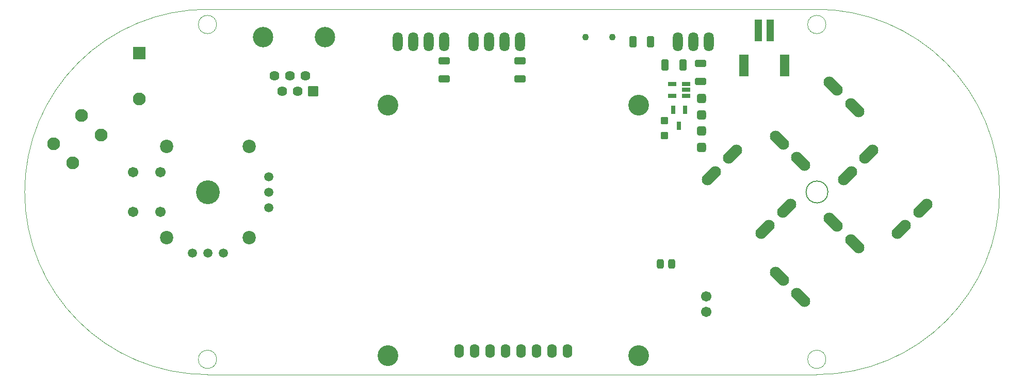
<source format=gbr>
%TF.GenerationSoftware,KiCad,Pcbnew,(6.0.7)*%
%TF.CreationDate,2022-08-17T15:13:11-05:00*%
%TF.ProjectId,Game_Cat_R3,47616d65-5f43-4617-945f-52332e6b6963,3.5*%
%TF.SameCoordinates,Original*%
%TF.FileFunction,Soldermask,Bot*%
%TF.FilePolarity,Negative*%
%FSLAX46Y46*%
G04 Gerber Fmt 4.6, Leading zero omitted, Abs format (unit mm)*
G04 Created by KiCad (PCBNEW (6.0.7)) date 2022-08-17 15:13:11*
%MOMM*%
%LPD*%
G01*
G04 APERTURE LIST*
G04 Aperture macros list*
%AMRoundRect*
0 Rectangle with rounded corners*
0 $1 Rounding radius*
0 $2 $3 $4 $5 $6 $7 $8 $9 X,Y pos of 4 corners*
0 Add a 4 corners polygon primitive as box body*
4,1,4,$2,$3,$4,$5,$6,$7,$8,$9,$2,$3,0*
0 Add four circle primitives for the rounded corners*
1,1,$1+$1,$2,$3*
1,1,$1+$1,$4,$5*
1,1,$1+$1,$6,$7*
1,1,$1+$1,$8,$9*
0 Add four rect primitives between the rounded corners*
20,1,$1+$1,$2,$3,$4,$5,0*
20,1,$1+$1,$4,$5,$6,$7,0*
20,1,$1+$1,$6,$7,$8,$9,0*
20,1,$1+$1,$8,$9,$2,$3,0*%
%AMHorizOval*
0 Thick line with rounded ends*
0 $1 width*
0 $2 $3 position (X,Y) of the first rounded end (center of the circle)*
0 $4 $5 position (X,Y) of the second rounded end (center of the circle)*
0 Add line between two ends*
20,1,$1,$2,$3,$4,$5,0*
0 Add two circle primitives to create the rounded ends*
1,1,$1,$2,$3*
1,1,$1,$4,$5*%
G04 Aperture macros list end*
%TA.AperFunction,Profile*%
%ADD10C,0.100000*%
%TD*%
%TA.AperFunction,Profile*%
%ADD11C,0.200000*%
%TD*%
%ADD12O,1.600200X2.286000*%
%ADD13C,3.403600*%
%ADD14C,2.101600*%
%ADD15C,1.701600*%
%ADD16C,1.101600*%
%ADD17O,1.625600X3.149600*%
%ADD18C,3.351600*%
%ADD19RoundRect,0.050800X0.760000X0.760000X-0.760000X0.760000X-0.760000X-0.760000X0.760000X-0.760000X0*%
%ADD20C,1.621600*%
%ADD21C,3.911600*%
%ADD22C,1.498600*%
%ADD23C,2.197100*%
%ADD24HorizOval,1.892300X-0.633108X0.633108X0.633108X-0.633108X0*%
%ADD25RoundRect,0.050800X-1.000000X1.000000X-1.000000X-1.000000X1.000000X-1.000000X1.000000X1.000000X0*%
%ADD26HorizOval,1.892300X0.633108X0.633108X-0.633108X-0.633108X0*%
%ADD27HorizOval,1.892300X-0.633108X-0.633108X0.633108X0.633108X0*%
%ADD28RoundRect,0.300800X0.312500X0.625000X-0.312500X0.625000X-0.312500X-0.625000X0.312500X-0.625000X0*%
%ADD29RoundRect,0.200800X0.512500X0.150000X-0.512500X0.150000X-0.512500X-0.150000X0.512500X-0.150000X0*%
%ADD30RoundRect,0.300800X-0.425000X0.450000X-0.425000X-0.450000X0.425000X-0.450000X0.425000X0.450000X0*%
%ADD31RoundRect,0.300800X0.625000X-0.312500X0.625000X0.312500X-0.625000X0.312500X-0.625000X-0.312500X0*%
%ADD32RoundRect,0.300800X0.425000X-0.450000X0.425000X0.450000X-0.425000X0.450000X-0.425000X-0.450000X0*%
%ADD33RoundRect,0.050800X0.500000X-0.500000X0.500000X0.500000X-0.500000X0.500000X-0.500000X-0.500000X0*%
%ADD34RoundRect,0.300800X-0.250000X-0.475000X0.250000X-0.475000X0.250000X0.475000X-0.250000X0.475000X0*%
%ADD35RoundRect,0.050800X-0.325000X0.610000X-0.325000X-0.610000X0.325000X-0.610000X0.325000X0.610000X0*%
%ADD36RoundRect,0.050800X0.500000X1.750000X-0.500000X1.750000X-0.500000X-1.750000X0.500000X-1.750000X0*%
%ADD37RoundRect,0.050800X0.750000X1.700000X-0.750000X1.700000X-0.750000X-1.700000X0.750000X-1.700000X0*%
G04 APERTURE END LIST*
D10*
X92730000Y-126550000D02*
G75*
G03*
X92730000Y-126550000I-1500000J0D01*
G01*
X192730000Y-71550000D02*
G75*
G03*
X192730000Y-71550000I-1500000J0D01*
G01*
X192730000Y-126550000D02*
G75*
G03*
X192730000Y-126550000I-1500000J0D01*
G01*
D11*
X93032851Y-99092749D02*
G75*
G03*
X93032851Y-99092749I-1796051J0D01*
G01*
X193058051Y-99060000D02*
G75*
G03*
X193058051Y-99060000I-1796051J0D01*
G01*
D10*
X61230000Y-99050000D02*
G75*
G03*
X91230000Y-129050000I30000000J0D01*
G01*
X91230000Y-69050000D02*
G75*
G03*
X61230000Y-99050000I0J-30000000D01*
G01*
X191230000Y-129050000D02*
X91230000Y-129050000D01*
X221230000Y-99050000D02*
G75*
G03*
X191230000Y-69050000I-30000000J0D01*
G01*
X91230000Y-69050000D02*
X191230000Y-69050000D01*
X92730000Y-71550000D02*
G75*
G03*
X92730000Y-71550000I-1500000J0D01*
G01*
X191230000Y-129050000D02*
G75*
G03*
X221230000Y-99050000I0J30000000D01*
G01*
X92730000Y-126550000D02*
G75*
G03*
X92730000Y-126550000I-1500000J0D01*
G01*
X192730000Y-71550000D02*
G75*
G03*
X192730000Y-71550000I-1500000J0D01*
G01*
X192730000Y-126550000D02*
G75*
G03*
X192730000Y-126550000I-1500000J0D01*
G01*
D11*
X93032851Y-99092749D02*
G75*
G03*
X93032851Y-99092749I-1796051J0D01*
G01*
X193058051Y-99060000D02*
G75*
G03*
X193058051Y-99060000I-1796051J0D01*
G01*
D10*
X61230000Y-99050000D02*
G75*
G03*
X91230000Y-129050000I30000000J0D01*
G01*
X91230000Y-69050000D02*
G75*
G03*
X61230000Y-99050000I0J-30000000D01*
G01*
X191230000Y-129050000D02*
X91230000Y-129050000D01*
X221230000Y-99050000D02*
G75*
G03*
X191230000Y-69050000I-30000000J0D01*
G01*
X91230000Y-69050000D02*
X191230000Y-69050000D01*
X92730000Y-71550000D02*
G75*
G03*
X92730000Y-71550000I-1500000J0D01*
G01*
X191230000Y-129050000D02*
G75*
G03*
X221230000Y-99050000I0J30000000D01*
G01*
D12*
%TO.C,LCD1*%
X132540000Y-125222000D03*
X135080000Y-125222000D03*
X137620000Y-125222000D03*
X140160000Y-125222000D03*
X142700000Y-125222000D03*
X145240000Y-125222000D03*
X147780000Y-125222000D03*
D13*
X161994000Y-125976000D03*
X120846000Y-125976000D03*
D12*
X150320000Y-125222000D03*
D13*
X161994000Y-84828000D03*
X120846000Y-84828000D03*
%TD*%
D14*
%TO.C,SW5*%
X73739088Y-89715734D03*
X69142894Y-94311928D03*
X65960913Y-91129948D03*
X70557107Y-86533753D03*
%TD*%
D15*
%TO.C,R7*%
X173101000Y-118745000D03*
X173101000Y-116205000D03*
%TD*%
D16*
%TO.C,USB1*%
X157650340Y-73588900D03*
X153250340Y-73588900D03*
%TD*%
D17*
%TO.C,J4*%
X173482000Y-74422000D03*
X170942000Y-74422000D03*
X168402000Y-74422000D03*
%TD*%
D18*
%TO.C,RJ1*%
X110495000Y-73660000D03*
X100335000Y-73660000D03*
D19*
X108585000Y-82550000D03*
D20*
X107315000Y-80010000D03*
X106045000Y-82550000D03*
X104775000Y-80010000D03*
X103505000Y-82550000D03*
X102235000Y-80010000D03*
%TD*%
D21*
%TO.C,J1*%
X91277081Y-99085400D03*
D22*
X88737081Y-109118400D03*
X91277081Y-109118400D03*
X93817081Y-109118400D03*
X101310081Y-101625400D03*
X101310081Y-99085400D03*
X101310081Y-96545400D03*
D15*
X79027081Y-102335400D03*
X79027081Y-95835400D03*
X83527081Y-102335400D03*
X83527081Y-95835400D03*
D23*
X84482581Y-106578400D03*
X98071581Y-106578400D03*
X84482581Y-91592400D03*
X98071581Y-91592400D03*
%TD*%
D24*
%TO.C,SW4*%
X197440416Y-85225844D03*
X188603844Y-94062416D03*
X193920156Y-81705584D03*
X185083584Y-90542156D03*
%TD*%
D17*
%TO.C,J3*%
X142489766Y-74422000D03*
X139949766Y-74422000D03*
X137409766Y-74422000D03*
X134869766Y-74422000D03*
%TD*%
D25*
%TO.C,BZ1*%
X80010000Y-76210000D03*
D14*
X80010000Y-83810000D03*
%TD*%
D17*
%TO.C,J2*%
X130052233Y-74422000D03*
X127512233Y-74422000D03*
X124972233Y-74422000D03*
X122432233Y-74422000D03*
%TD*%
D26*
%TO.C,SW3*%
X205096156Y-105238416D03*
X196259584Y-96401844D03*
X208616416Y-101718156D03*
X199779844Y-92881584D03*
%TD*%
D27*
%TO.C,SW2*%
X177427844Y-92881584D03*
X186264416Y-101718156D03*
X173907584Y-96401844D03*
X182744156Y-105238416D03*
%TD*%
D24*
%TO.C,SW1*%
X185083584Y-112894156D03*
X193920156Y-104057584D03*
X188603844Y-116414416D03*
X197440416Y-107577844D03*
%TD*%
D28*
%TO.C,R41*%
X163961000Y-74422000D03*
X161036000Y-74422000D03*
%TD*%
D29*
%TO.C,U9*%
X169772711Y-81339512D03*
X169772711Y-82289512D03*
X169772711Y-83239512D03*
X167497711Y-83239512D03*
X167497711Y-81339512D03*
%TD*%
D30*
%TO.C,C21*%
X172300000Y-89000000D03*
X172300000Y-91700000D03*
%TD*%
D31*
%TO.C,R42*%
X130048000Y-80456500D03*
X130048000Y-77531500D03*
%TD*%
D28*
%TO.C,R40*%
X169268715Y-78164520D03*
X166343715Y-78164520D03*
%TD*%
D32*
%TO.C,C20*%
X172312714Y-86396660D03*
X172312714Y-83696660D03*
%TD*%
D31*
%TO.C,R43*%
X142494000Y-80456500D03*
X142494000Y-77531500D03*
%TD*%
D33*
%TO.C,D6*%
X166216711Y-89828512D03*
X166216711Y-87328512D03*
%TD*%
D31*
%TO.C,R39*%
X172185714Y-80897021D03*
X172185714Y-77972021D03*
%TD*%
D34*
%TO.C,C26*%
X165547000Y-110871000D03*
X167447000Y-110871000D03*
%TD*%
D35*
%TO.C,Q8*%
X167679713Y-85576241D03*
X169579713Y-85576241D03*
X168629713Y-88196241D03*
%TD*%
D36*
%TO.C,BT1*%
X183626000Y-72517000D03*
X181626000Y-72517000D03*
D37*
X185976000Y-78267000D03*
X179276000Y-78267000D03*
%TD*%
M02*

</source>
